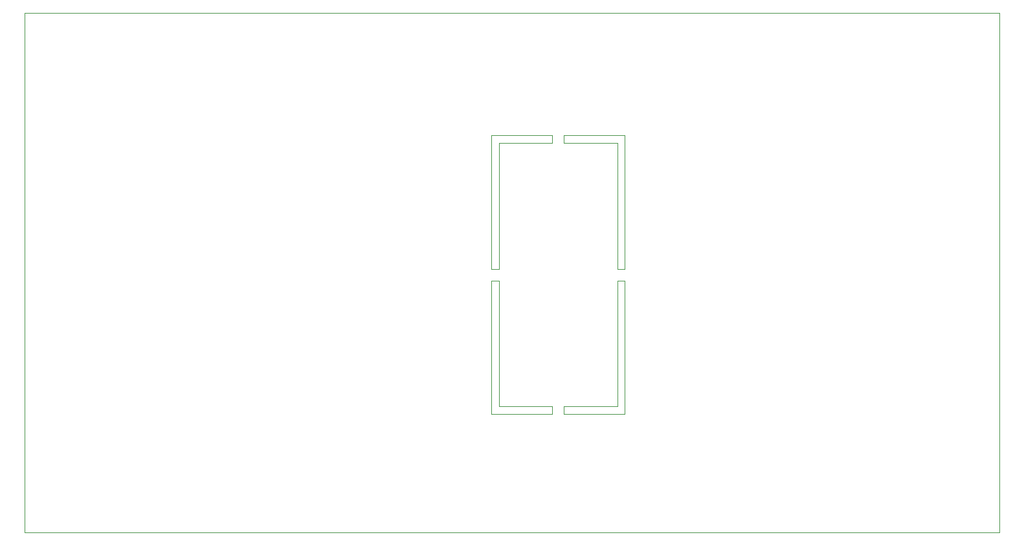
<source format=gm1>
G04 #@! TF.GenerationSoftware,KiCad,Pcbnew,5.1.12-unknown-nightly-202202221509*
G04 #@! TF.CreationDate,2022-06-26T13:04:49-04:00*
G04 #@! TF.ProjectId,70W-Amplifier,3730572d-416d-4706-9c69-666965722e6b,rev?*
G04 #@! TF.SameCoordinates,Original*
G04 #@! TF.FileFunction,Profile,NP*
%FSLAX46Y46*%
G04 Gerber Fmt 4.6, Leading zero omitted, Abs format (unit mm)*
G04 Created by KiCad (PCBNEW 5.1.12-unknown-nightly-202202221509) date 2022-06-26 13:04:49*
%MOMM*%
%LPD*%
G01*
G04 APERTURE LIST*
G04 #@! TA.AperFunction,Profile*
%ADD10C,0.100000*%
G04 #@! TD*
G04 APERTURE END LIST*
D10*
X151500000Y-99000000D02*
X144500000Y-99000000D01*
X143500000Y-100000000D02*
X151500000Y-100000000D01*
X144500000Y-82500000D02*
X143500000Y-82500000D01*
X151500000Y-100000000D02*
X151500000Y-99000000D01*
X144500000Y-99000000D02*
X144500000Y-82500000D01*
X143500000Y-82500000D02*
X143500000Y-100000000D01*
X160000000Y-64500000D02*
X160000000Y-81000000D01*
X153000000Y-63500000D02*
X153000000Y-64500000D01*
X161000000Y-63500000D02*
X153000000Y-63500000D01*
X160000000Y-81000000D02*
X161000000Y-81000000D01*
X161000000Y-81000000D02*
X161000000Y-63500000D01*
X153000000Y-64500000D02*
X160000000Y-64500000D01*
X160000000Y-99000000D02*
X160000000Y-82500000D01*
X153000000Y-100000000D02*
X153000000Y-99000000D01*
X153000000Y-99000000D02*
X160000000Y-99000000D01*
X160000000Y-82500000D02*
X161000000Y-82500000D01*
X161000000Y-82500000D02*
X161000000Y-100000000D01*
X161000000Y-100000000D02*
X153000000Y-100000000D01*
X151500000Y-63500000D02*
X151500000Y-64500000D01*
X143500000Y-63500000D02*
X151500000Y-63500000D01*
X143500000Y-81000000D02*
X143500000Y-63500000D01*
X144500000Y-81000000D02*
X143500000Y-81000000D01*
X144500000Y-64500000D02*
X144500000Y-81000000D01*
X151500000Y-64500000D02*
X144500000Y-64500000D01*
X210000000Y-47500000D02*
X210000000Y-115500000D01*
X82500000Y-47500000D02*
X210000000Y-47500000D01*
X82500000Y-115500000D02*
X82500000Y-47500000D01*
X210000000Y-115500000D02*
X82500000Y-115500000D01*
M02*

</source>
